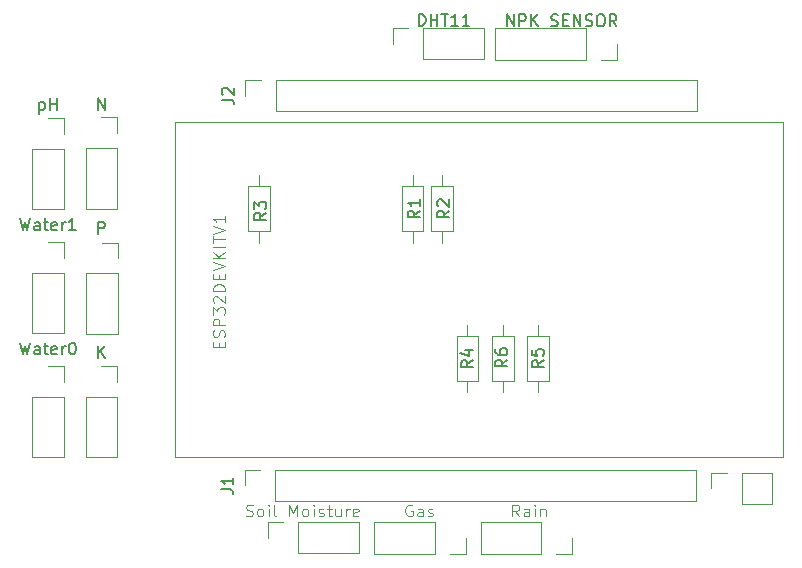
<source format=gbr>
%TF.GenerationSoftware,KiCad,Pcbnew,8.0.0*%
%TF.CreationDate,2025-01-05T23:10:09+05:30*%
%TF.ProjectId,sunday_pcb,73756e64-6179-45f7-9063-622e6b696361,rev?*%
%TF.SameCoordinates,Original*%
%TF.FileFunction,Legend,Top*%
%TF.FilePolarity,Positive*%
%FSLAX46Y46*%
G04 Gerber Fmt 4.6, Leading zero omitted, Abs format (unit mm)*
G04 Created by KiCad (PCBNEW 8.0.0) date 2025-01-05 23:10:09*
%MOMM*%
%LPD*%
G01*
G04 APERTURE LIST*
%ADD10C,0.100000*%
%ADD11C,0.150000*%
%ADD12C,0.120000*%
G04 APERTURE END LIST*
D10*
X161015312Y-122242419D02*
X160681979Y-121766228D01*
X160443884Y-122242419D02*
X160443884Y-121242419D01*
X160443884Y-121242419D02*
X160824836Y-121242419D01*
X160824836Y-121242419D02*
X160920074Y-121290038D01*
X160920074Y-121290038D02*
X160967693Y-121337657D01*
X160967693Y-121337657D02*
X161015312Y-121432895D01*
X161015312Y-121432895D02*
X161015312Y-121575752D01*
X161015312Y-121575752D02*
X160967693Y-121670990D01*
X160967693Y-121670990D02*
X160920074Y-121718609D01*
X160920074Y-121718609D02*
X160824836Y-121766228D01*
X160824836Y-121766228D02*
X160443884Y-121766228D01*
X161872455Y-122242419D02*
X161872455Y-121718609D01*
X161872455Y-121718609D02*
X161824836Y-121623371D01*
X161824836Y-121623371D02*
X161729598Y-121575752D01*
X161729598Y-121575752D02*
X161539122Y-121575752D01*
X161539122Y-121575752D02*
X161443884Y-121623371D01*
X161872455Y-122194800D02*
X161777217Y-122242419D01*
X161777217Y-122242419D02*
X161539122Y-122242419D01*
X161539122Y-122242419D02*
X161443884Y-122194800D01*
X161443884Y-122194800D02*
X161396265Y-122099561D01*
X161396265Y-122099561D02*
X161396265Y-122004323D01*
X161396265Y-122004323D02*
X161443884Y-121909085D01*
X161443884Y-121909085D02*
X161539122Y-121861466D01*
X161539122Y-121861466D02*
X161777217Y-121861466D01*
X161777217Y-121861466D02*
X161872455Y-121813847D01*
X162348646Y-122242419D02*
X162348646Y-121575752D01*
X162348646Y-121242419D02*
X162301027Y-121290038D01*
X162301027Y-121290038D02*
X162348646Y-121337657D01*
X162348646Y-121337657D02*
X162396265Y-121290038D01*
X162396265Y-121290038D02*
X162348646Y-121242419D01*
X162348646Y-121242419D02*
X162348646Y-121337657D01*
X162824836Y-121575752D02*
X162824836Y-122242419D01*
X162824836Y-121670990D02*
X162872455Y-121623371D01*
X162872455Y-121623371D02*
X162967693Y-121575752D01*
X162967693Y-121575752D02*
X163110550Y-121575752D01*
X163110550Y-121575752D02*
X163205788Y-121623371D01*
X163205788Y-121623371D02*
X163253407Y-121718609D01*
X163253407Y-121718609D02*
X163253407Y-122242419D01*
D11*
X159976779Y-80739819D02*
X159976779Y-79739819D01*
X159976779Y-79739819D02*
X160548207Y-80739819D01*
X160548207Y-80739819D02*
X160548207Y-79739819D01*
X161024398Y-80739819D02*
X161024398Y-79739819D01*
X161024398Y-79739819D02*
X161405350Y-79739819D01*
X161405350Y-79739819D02*
X161500588Y-79787438D01*
X161500588Y-79787438D02*
X161548207Y-79835057D01*
X161548207Y-79835057D02*
X161595826Y-79930295D01*
X161595826Y-79930295D02*
X161595826Y-80073152D01*
X161595826Y-80073152D02*
X161548207Y-80168390D01*
X161548207Y-80168390D02*
X161500588Y-80216009D01*
X161500588Y-80216009D02*
X161405350Y-80263628D01*
X161405350Y-80263628D02*
X161024398Y-80263628D01*
X162024398Y-80739819D02*
X162024398Y-79739819D01*
X162595826Y-80739819D02*
X162167255Y-80168390D01*
X162595826Y-79739819D02*
X162024398Y-80311247D01*
X163738684Y-80692200D02*
X163881541Y-80739819D01*
X163881541Y-80739819D02*
X164119636Y-80739819D01*
X164119636Y-80739819D02*
X164214874Y-80692200D01*
X164214874Y-80692200D02*
X164262493Y-80644580D01*
X164262493Y-80644580D02*
X164310112Y-80549342D01*
X164310112Y-80549342D02*
X164310112Y-80454104D01*
X164310112Y-80454104D02*
X164262493Y-80358866D01*
X164262493Y-80358866D02*
X164214874Y-80311247D01*
X164214874Y-80311247D02*
X164119636Y-80263628D01*
X164119636Y-80263628D02*
X163929160Y-80216009D01*
X163929160Y-80216009D02*
X163833922Y-80168390D01*
X163833922Y-80168390D02*
X163786303Y-80120771D01*
X163786303Y-80120771D02*
X163738684Y-80025533D01*
X163738684Y-80025533D02*
X163738684Y-79930295D01*
X163738684Y-79930295D02*
X163786303Y-79835057D01*
X163786303Y-79835057D02*
X163833922Y-79787438D01*
X163833922Y-79787438D02*
X163929160Y-79739819D01*
X163929160Y-79739819D02*
X164167255Y-79739819D01*
X164167255Y-79739819D02*
X164310112Y-79787438D01*
X164738684Y-80216009D02*
X165072017Y-80216009D01*
X165214874Y-80739819D02*
X164738684Y-80739819D01*
X164738684Y-80739819D02*
X164738684Y-79739819D01*
X164738684Y-79739819D02*
X165214874Y-79739819D01*
X165643446Y-80739819D02*
X165643446Y-79739819D01*
X165643446Y-79739819D02*
X166214874Y-80739819D01*
X166214874Y-80739819D02*
X166214874Y-79739819D01*
X166643446Y-80692200D02*
X166786303Y-80739819D01*
X166786303Y-80739819D02*
X167024398Y-80739819D01*
X167024398Y-80739819D02*
X167119636Y-80692200D01*
X167119636Y-80692200D02*
X167167255Y-80644580D01*
X167167255Y-80644580D02*
X167214874Y-80549342D01*
X167214874Y-80549342D02*
X167214874Y-80454104D01*
X167214874Y-80454104D02*
X167167255Y-80358866D01*
X167167255Y-80358866D02*
X167119636Y-80311247D01*
X167119636Y-80311247D02*
X167024398Y-80263628D01*
X167024398Y-80263628D02*
X166833922Y-80216009D01*
X166833922Y-80216009D02*
X166738684Y-80168390D01*
X166738684Y-80168390D02*
X166691065Y-80120771D01*
X166691065Y-80120771D02*
X166643446Y-80025533D01*
X166643446Y-80025533D02*
X166643446Y-79930295D01*
X166643446Y-79930295D02*
X166691065Y-79835057D01*
X166691065Y-79835057D02*
X166738684Y-79787438D01*
X166738684Y-79787438D02*
X166833922Y-79739819D01*
X166833922Y-79739819D02*
X167072017Y-79739819D01*
X167072017Y-79739819D02*
X167214874Y-79787438D01*
X167833922Y-79739819D02*
X168024398Y-79739819D01*
X168024398Y-79739819D02*
X168119636Y-79787438D01*
X168119636Y-79787438D02*
X168214874Y-79882676D01*
X168214874Y-79882676D02*
X168262493Y-80073152D01*
X168262493Y-80073152D02*
X168262493Y-80406485D01*
X168262493Y-80406485D02*
X168214874Y-80596961D01*
X168214874Y-80596961D02*
X168119636Y-80692200D01*
X168119636Y-80692200D02*
X168024398Y-80739819D01*
X168024398Y-80739819D02*
X167833922Y-80739819D01*
X167833922Y-80739819D02*
X167738684Y-80692200D01*
X167738684Y-80692200D02*
X167643446Y-80596961D01*
X167643446Y-80596961D02*
X167595827Y-80406485D01*
X167595827Y-80406485D02*
X167595827Y-80073152D01*
X167595827Y-80073152D02*
X167643446Y-79882676D01*
X167643446Y-79882676D02*
X167738684Y-79787438D01*
X167738684Y-79787438D02*
X167833922Y-79739819D01*
X169262493Y-80739819D02*
X168929160Y-80263628D01*
X168691065Y-80739819D02*
X168691065Y-79739819D01*
X168691065Y-79739819D02*
X169072017Y-79739819D01*
X169072017Y-79739819D02*
X169167255Y-79787438D01*
X169167255Y-79787438D02*
X169214874Y-79835057D01*
X169214874Y-79835057D02*
X169262493Y-79930295D01*
X169262493Y-79930295D02*
X169262493Y-80073152D01*
X169262493Y-80073152D02*
X169214874Y-80168390D01*
X169214874Y-80168390D02*
X169167255Y-80216009D01*
X169167255Y-80216009D02*
X169072017Y-80263628D01*
X169072017Y-80263628D02*
X168691065Y-80263628D01*
X160009819Y-108961792D02*
X159533628Y-109295125D01*
X160009819Y-109533220D02*
X159009819Y-109533220D01*
X159009819Y-109533220D02*
X159009819Y-109152268D01*
X159009819Y-109152268D02*
X159057438Y-109057030D01*
X159057438Y-109057030D02*
X159105057Y-109009411D01*
X159105057Y-109009411D02*
X159200295Y-108961792D01*
X159200295Y-108961792D02*
X159343152Y-108961792D01*
X159343152Y-108961792D02*
X159438390Y-109009411D01*
X159438390Y-109009411D02*
X159486009Y-109057030D01*
X159486009Y-109057030D02*
X159533628Y-109152268D01*
X159533628Y-109152268D02*
X159533628Y-109533220D01*
X159009819Y-108104649D02*
X159009819Y-108295125D01*
X159009819Y-108295125D02*
X159057438Y-108390363D01*
X159057438Y-108390363D02*
X159105057Y-108437982D01*
X159105057Y-108437982D02*
X159247914Y-108533220D01*
X159247914Y-108533220D02*
X159438390Y-108580839D01*
X159438390Y-108580839D02*
X159819342Y-108580839D01*
X159819342Y-108580839D02*
X159914580Y-108533220D01*
X159914580Y-108533220D02*
X159962200Y-108485601D01*
X159962200Y-108485601D02*
X160009819Y-108390363D01*
X160009819Y-108390363D02*
X160009819Y-108199887D01*
X160009819Y-108199887D02*
X159962200Y-108104649D01*
X159962200Y-108104649D02*
X159914580Y-108057030D01*
X159914580Y-108057030D02*
X159819342Y-108009411D01*
X159819342Y-108009411D02*
X159581247Y-108009411D01*
X159581247Y-108009411D02*
X159486009Y-108057030D01*
X159486009Y-108057030D02*
X159438390Y-108104649D01*
X159438390Y-108104649D02*
X159390771Y-108199887D01*
X159390771Y-108199887D02*
X159390771Y-108390363D01*
X159390771Y-108390363D02*
X159438390Y-108485601D01*
X159438390Y-108485601D02*
X159486009Y-108533220D01*
X159486009Y-108533220D02*
X159581247Y-108580839D01*
D10*
X151967693Y-121290038D02*
X151872455Y-121242419D01*
X151872455Y-121242419D02*
X151729598Y-121242419D01*
X151729598Y-121242419D02*
X151586741Y-121290038D01*
X151586741Y-121290038D02*
X151491503Y-121385276D01*
X151491503Y-121385276D02*
X151443884Y-121480514D01*
X151443884Y-121480514D02*
X151396265Y-121670990D01*
X151396265Y-121670990D02*
X151396265Y-121813847D01*
X151396265Y-121813847D02*
X151443884Y-122004323D01*
X151443884Y-122004323D02*
X151491503Y-122099561D01*
X151491503Y-122099561D02*
X151586741Y-122194800D01*
X151586741Y-122194800D02*
X151729598Y-122242419D01*
X151729598Y-122242419D02*
X151824836Y-122242419D01*
X151824836Y-122242419D02*
X151967693Y-122194800D01*
X151967693Y-122194800D02*
X152015312Y-122147180D01*
X152015312Y-122147180D02*
X152015312Y-121813847D01*
X152015312Y-121813847D02*
X151824836Y-121813847D01*
X152872455Y-122242419D02*
X152872455Y-121718609D01*
X152872455Y-121718609D02*
X152824836Y-121623371D01*
X152824836Y-121623371D02*
X152729598Y-121575752D01*
X152729598Y-121575752D02*
X152539122Y-121575752D01*
X152539122Y-121575752D02*
X152443884Y-121623371D01*
X152872455Y-122194800D02*
X152777217Y-122242419D01*
X152777217Y-122242419D02*
X152539122Y-122242419D01*
X152539122Y-122242419D02*
X152443884Y-122194800D01*
X152443884Y-122194800D02*
X152396265Y-122099561D01*
X152396265Y-122099561D02*
X152396265Y-122004323D01*
X152396265Y-122004323D02*
X152443884Y-121909085D01*
X152443884Y-121909085D02*
X152539122Y-121861466D01*
X152539122Y-121861466D02*
X152777217Y-121861466D01*
X152777217Y-121861466D02*
X152872455Y-121813847D01*
X153301027Y-122194800D02*
X153396265Y-122242419D01*
X153396265Y-122242419D02*
X153586741Y-122242419D01*
X153586741Y-122242419D02*
X153681979Y-122194800D01*
X153681979Y-122194800D02*
X153729598Y-122099561D01*
X153729598Y-122099561D02*
X153729598Y-122051942D01*
X153729598Y-122051942D02*
X153681979Y-121956704D01*
X153681979Y-121956704D02*
X153586741Y-121909085D01*
X153586741Y-121909085D02*
X153443884Y-121909085D01*
X153443884Y-121909085D02*
X153348646Y-121861466D01*
X153348646Y-121861466D02*
X153301027Y-121766228D01*
X153301027Y-121766228D02*
X153301027Y-121718609D01*
X153301027Y-121718609D02*
X153348646Y-121623371D01*
X153348646Y-121623371D02*
X153443884Y-121575752D01*
X153443884Y-121575752D02*
X153586741Y-121575752D01*
X153586741Y-121575752D02*
X153681979Y-121623371D01*
X137896265Y-122194800D02*
X138039122Y-122242419D01*
X138039122Y-122242419D02*
X138277217Y-122242419D01*
X138277217Y-122242419D02*
X138372455Y-122194800D01*
X138372455Y-122194800D02*
X138420074Y-122147180D01*
X138420074Y-122147180D02*
X138467693Y-122051942D01*
X138467693Y-122051942D02*
X138467693Y-121956704D01*
X138467693Y-121956704D02*
X138420074Y-121861466D01*
X138420074Y-121861466D02*
X138372455Y-121813847D01*
X138372455Y-121813847D02*
X138277217Y-121766228D01*
X138277217Y-121766228D02*
X138086741Y-121718609D01*
X138086741Y-121718609D02*
X137991503Y-121670990D01*
X137991503Y-121670990D02*
X137943884Y-121623371D01*
X137943884Y-121623371D02*
X137896265Y-121528133D01*
X137896265Y-121528133D02*
X137896265Y-121432895D01*
X137896265Y-121432895D02*
X137943884Y-121337657D01*
X137943884Y-121337657D02*
X137991503Y-121290038D01*
X137991503Y-121290038D02*
X138086741Y-121242419D01*
X138086741Y-121242419D02*
X138324836Y-121242419D01*
X138324836Y-121242419D02*
X138467693Y-121290038D01*
X139039122Y-122242419D02*
X138943884Y-122194800D01*
X138943884Y-122194800D02*
X138896265Y-122147180D01*
X138896265Y-122147180D02*
X138848646Y-122051942D01*
X138848646Y-122051942D02*
X138848646Y-121766228D01*
X138848646Y-121766228D02*
X138896265Y-121670990D01*
X138896265Y-121670990D02*
X138943884Y-121623371D01*
X138943884Y-121623371D02*
X139039122Y-121575752D01*
X139039122Y-121575752D02*
X139181979Y-121575752D01*
X139181979Y-121575752D02*
X139277217Y-121623371D01*
X139277217Y-121623371D02*
X139324836Y-121670990D01*
X139324836Y-121670990D02*
X139372455Y-121766228D01*
X139372455Y-121766228D02*
X139372455Y-122051942D01*
X139372455Y-122051942D02*
X139324836Y-122147180D01*
X139324836Y-122147180D02*
X139277217Y-122194800D01*
X139277217Y-122194800D02*
X139181979Y-122242419D01*
X139181979Y-122242419D02*
X139039122Y-122242419D01*
X139801027Y-122242419D02*
X139801027Y-121575752D01*
X139801027Y-121242419D02*
X139753408Y-121290038D01*
X139753408Y-121290038D02*
X139801027Y-121337657D01*
X139801027Y-121337657D02*
X139848646Y-121290038D01*
X139848646Y-121290038D02*
X139801027Y-121242419D01*
X139801027Y-121242419D02*
X139801027Y-121337657D01*
X140420074Y-122242419D02*
X140324836Y-122194800D01*
X140324836Y-122194800D02*
X140277217Y-122099561D01*
X140277217Y-122099561D02*
X140277217Y-121242419D01*
X141562932Y-122242419D02*
X141562932Y-121242419D01*
X141562932Y-121242419D02*
X141896265Y-121956704D01*
X141896265Y-121956704D02*
X142229598Y-121242419D01*
X142229598Y-121242419D02*
X142229598Y-122242419D01*
X142848646Y-122242419D02*
X142753408Y-122194800D01*
X142753408Y-122194800D02*
X142705789Y-122147180D01*
X142705789Y-122147180D02*
X142658170Y-122051942D01*
X142658170Y-122051942D02*
X142658170Y-121766228D01*
X142658170Y-121766228D02*
X142705789Y-121670990D01*
X142705789Y-121670990D02*
X142753408Y-121623371D01*
X142753408Y-121623371D02*
X142848646Y-121575752D01*
X142848646Y-121575752D02*
X142991503Y-121575752D01*
X142991503Y-121575752D02*
X143086741Y-121623371D01*
X143086741Y-121623371D02*
X143134360Y-121670990D01*
X143134360Y-121670990D02*
X143181979Y-121766228D01*
X143181979Y-121766228D02*
X143181979Y-122051942D01*
X143181979Y-122051942D02*
X143134360Y-122147180D01*
X143134360Y-122147180D02*
X143086741Y-122194800D01*
X143086741Y-122194800D02*
X142991503Y-122242419D01*
X142991503Y-122242419D02*
X142848646Y-122242419D01*
X143610551Y-122242419D02*
X143610551Y-121575752D01*
X143610551Y-121242419D02*
X143562932Y-121290038D01*
X143562932Y-121290038D02*
X143610551Y-121337657D01*
X143610551Y-121337657D02*
X143658170Y-121290038D01*
X143658170Y-121290038D02*
X143610551Y-121242419D01*
X143610551Y-121242419D02*
X143610551Y-121337657D01*
X144039122Y-122194800D02*
X144134360Y-122242419D01*
X144134360Y-122242419D02*
X144324836Y-122242419D01*
X144324836Y-122242419D02*
X144420074Y-122194800D01*
X144420074Y-122194800D02*
X144467693Y-122099561D01*
X144467693Y-122099561D02*
X144467693Y-122051942D01*
X144467693Y-122051942D02*
X144420074Y-121956704D01*
X144420074Y-121956704D02*
X144324836Y-121909085D01*
X144324836Y-121909085D02*
X144181979Y-121909085D01*
X144181979Y-121909085D02*
X144086741Y-121861466D01*
X144086741Y-121861466D02*
X144039122Y-121766228D01*
X144039122Y-121766228D02*
X144039122Y-121718609D01*
X144039122Y-121718609D02*
X144086741Y-121623371D01*
X144086741Y-121623371D02*
X144181979Y-121575752D01*
X144181979Y-121575752D02*
X144324836Y-121575752D01*
X144324836Y-121575752D02*
X144420074Y-121623371D01*
X144753408Y-121575752D02*
X145134360Y-121575752D01*
X144896265Y-121242419D02*
X144896265Y-122099561D01*
X144896265Y-122099561D02*
X144943884Y-122194800D01*
X144943884Y-122194800D02*
X145039122Y-122242419D01*
X145039122Y-122242419D02*
X145134360Y-122242419D01*
X145896265Y-121575752D02*
X145896265Y-122242419D01*
X145467694Y-121575752D02*
X145467694Y-122099561D01*
X145467694Y-122099561D02*
X145515313Y-122194800D01*
X145515313Y-122194800D02*
X145610551Y-122242419D01*
X145610551Y-122242419D02*
X145753408Y-122242419D01*
X145753408Y-122242419D02*
X145848646Y-122194800D01*
X145848646Y-122194800D02*
X145896265Y-122147180D01*
X146372456Y-122242419D02*
X146372456Y-121575752D01*
X146372456Y-121766228D02*
X146420075Y-121670990D01*
X146420075Y-121670990D02*
X146467694Y-121623371D01*
X146467694Y-121623371D02*
X146562932Y-121575752D01*
X146562932Y-121575752D02*
X146658170Y-121575752D01*
X147372456Y-122194800D02*
X147277218Y-122242419D01*
X147277218Y-122242419D02*
X147086742Y-122242419D01*
X147086742Y-122242419D02*
X146991504Y-122194800D01*
X146991504Y-122194800D02*
X146943885Y-122099561D01*
X146943885Y-122099561D02*
X146943885Y-121718609D01*
X146943885Y-121718609D02*
X146991504Y-121623371D01*
X146991504Y-121623371D02*
X147086742Y-121575752D01*
X147086742Y-121575752D02*
X147277218Y-121575752D01*
X147277218Y-121575752D02*
X147372456Y-121623371D01*
X147372456Y-121623371D02*
X147420075Y-121718609D01*
X147420075Y-121718609D02*
X147420075Y-121813847D01*
X147420075Y-121813847D02*
X146943885Y-121909085D01*
D11*
X135804819Y-119953333D02*
X136519104Y-119953333D01*
X136519104Y-119953333D02*
X136661961Y-120000952D01*
X136661961Y-120000952D02*
X136757200Y-120096190D01*
X136757200Y-120096190D02*
X136804819Y-120239047D01*
X136804819Y-120239047D02*
X136804819Y-120334285D01*
X136804819Y-118953333D02*
X136804819Y-119524761D01*
X136804819Y-119239047D02*
X135804819Y-119239047D01*
X135804819Y-119239047D02*
X135947676Y-119334285D01*
X135947676Y-119334285D02*
X136042914Y-119429523D01*
X136042914Y-119429523D02*
X136090533Y-119524761D01*
X139594819Y-96536666D02*
X139118628Y-96869999D01*
X139594819Y-97108094D02*
X138594819Y-97108094D01*
X138594819Y-97108094D02*
X138594819Y-96727142D01*
X138594819Y-96727142D02*
X138642438Y-96631904D01*
X138642438Y-96631904D02*
X138690057Y-96584285D01*
X138690057Y-96584285D02*
X138785295Y-96536666D01*
X138785295Y-96536666D02*
X138928152Y-96536666D01*
X138928152Y-96536666D02*
X139023390Y-96584285D01*
X139023390Y-96584285D02*
X139071009Y-96631904D01*
X139071009Y-96631904D02*
X139118628Y-96727142D01*
X139118628Y-96727142D02*
X139118628Y-97108094D01*
X138594819Y-96203332D02*
X138594819Y-95584285D01*
X138594819Y-95584285D02*
X138975771Y-95917618D01*
X138975771Y-95917618D02*
X138975771Y-95774761D01*
X138975771Y-95774761D02*
X139023390Y-95679523D01*
X139023390Y-95679523D02*
X139071009Y-95631904D01*
X139071009Y-95631904D02*
X139166247Y-95584285D01*
X139166247Y-95584285D02*
X139404342Y-95584285D01*
X139404342Y-95584285D02*
X139499580Y-95631904D01*
X139499580Y-95631904D02*
X139547200Y-95679523D01*
X139547200Y-95679523D02*
X139594819Y-95774761D01*
X139594819Y-95774761D02*
X139594819Y-96060475D01*
X139594819Y-96060475D02*
X139547200Y-96155713D01*
X139547200Y-96155713D02*
X139499580Y-96203332D01*
X135844819Y-86953333D02*
X136559104Y-86953333D01*
X136559104Y-86953333D02*
X136701961Y-87000952D01*
X136701961Y-87000952D02*
X136797200Y-87096190D01*
X136797200Y-87096190D02*
X136844819Y-87239047D01*
X136844819Y-87239047D02*
X136844819Y-87334285D01*
X135940057Y-86524761D02*
X135892438Y-86477142D01*
X135892438Y-86477142D02*
X135844819Y-86381904D01*
X135844819Y-86381904D02*
X135844819Y-86143809D01*
X135844819Y-86143809D02*
X135892438Y-86048571D01*
X135892438Y-86048571D02*
X135940057Y-86000952D01*
X135940057Y-86000952D02*
X136035295Y-85953333D01*
X136035295Y-85953333D02*
X136130533Y-85953333D01*
X136130533Y-85953333D02*
X136273390Y-86000952D01*
X136273390Y-86000952D02*
X136844819Y-86572380D01*
X136844819Y-86572380D02*
X136844819Y-85953333D01*
X125378095Y-98324819D02*
X125378095Y-97324819D01*
X125378095Y-97324819D02*
X125759047Y-97324819D01*
X125759047Y-97324819D02*
X125854285Y-97372438D01*
X125854285Y-97372438D02*
X125901904Y-97420057D01*
X125901904Y-97420057D02*
X125949523Y-97515295D01*
X125949523Y-97515295D02*
X125949523Y-97658152D01*
X125949523Y-97658152D02*
X125901904Y-97753390D01*
X125901904Y-97753390D02*
X125854285Y-97801009D01*
X125854285Y-97801009D02*
X125759047Y-97848628D01*
X125759047Y-97848628D02*
X125378095Y-97848628D01*
X155094819Y-96356666D02*
X154618628Y-96689999D01*
X155094819Y-96928094D02*
X154094819Y-96928094D01*
X154094819Y-96928094D02*
X154094819Y-96547142D01*
X154094819Y-96547142D02*
X154142438Y-96451904D01*
X154142438Y-96451904D02*
X154190057Y-96404285D01*
X154190057Y-96404285D02*
X154285295Y-96356666D01*
X154285295Y-96356666D02*
X154428152Y-96356666D01*
X154428152Y-96356666D02*
X154523390Y-96404285D01*
X154523390Y-96404285D02*
X154571009Y-96451904D01*
X154571009Y-96451904D02*
X154618628Y-96547142D01*
X154618628Y-96547142D02*
X154618628Y-96928094D01*
X154190057Y-95975713D02*
X154142438Y-95928094D01*
X154142438Y-95928094D02*
X154094819Y-95832856D01*
X154094819Y-95832856D02*
X154094819Y-95594761D01*
X154094819Y-95594761D02*
X154142438Y-95499523D01*
X154142438Y-95499523D02*
X154190057Y-95451904D01*
X154190057Y-95451904D02*
X154285295Y-95404285D01*
X154285295Y-95404285D02*
X154380533Y-95404285D01*
X154380533Y-95404285D02*
X154523390Y-95451904D01*
X154523390Y-95451904D02*
X155094819Y-96023332D01*
X155094819Y-96023332D02*
X155094819Y-95404285D01*
X120401905Y-87158152D02*
X120401905Y-88158152D01*
X120401905Y-87205771D02*
X120497143Y-87158152D01*
X120497143Y-87158152D02*
X120687619Y-87158152D01*
X120687619Y-87158152D02*
X120782857Y-87205771D01*
X120782857Y-87205771D02*
X120830476Y-87253390D01*
X120830476Y-87253390D02*
X120878095Y-87348628D01*
X120878095Y-87348628D02*
X120878095Y-87634342D01*
X120878095Y-87634342D02*
X120830476Y-87729580D01*
X120830476Y-87729580D02*
X120782857Y-87777200D01*
X120782857Y-87777200D02*
X120687619Y-87824819D01*
X120687619Y-87824819D02*
X120497143Y-87824819D01*
X120497143Y-87824819D02*
X120401905Y-87777200D01*
X121306667Y-87824819D02*
X121306667Y-86824819D01*
X121306667Y-87301009D02*
X121878095Y-87301009D01*
X121878095Y-87824819D02*
X121878095Y-86824819D01*
D10*
X135573609Y-107917618D02*
X135573609Y-107584285D01*
X136097419Y-107441428D02*
X136097419Y-107917618D01*
X136097419Y-107917618D02*
X135097419Y-107917618D01*
X135097419Y-107917618D02*
X135097419Y-107441428D01*
X136049800Y-107060475D02*
X136097419Y-106917618D01*
X136097419Y-106917618D02*
X136097419Y-106679523D01*
X136097419Y-106679523D02*
X136049800Y-106584285D01*
X136049800Y-106584285D02*
X136002180Y-106536666D01*
X136002180Y-106536666D02*
X135906942Y-106489047D01*
X135906942Y-106489047D02*
X135811704Y-106489047D01*
X135811704Y-106489047D02*
X135716466Y-106536666D01*
X135716466Y-106536666D02*
X135668847Y-106584285D01*
X135668847Y-106584285D02*
X135621228Y-106679523D01*
X135621228Y-106679523D02*
X135573609Y-106869999D01*
X135573609Y-106869999D02*
X135525990Y-106965237D01*
X135525990Y-106965237D02*
X135478371Y-107012856D01*
X135478371Y-107012856D02*
X135383133Y-107060475D01*
X135383133Y-107060475D02*
X135287895Y-107060475D01*
X135287895Y-107060475D02*
X135192657Y-107012856D01*
X135192657Y-107012856D02*
X135145038Y-106965237D01*
X135145038Y-106965237D02*
X135097419Y-106869999D01*
X135097419Y-106869999D02*
X135097419Y-106631904D01*
X135097419Y-106631904D02*
X135145038Y-106489047D01*
X136097419Y-106060475D02*
X135097419Y-106060475D01*
X135097419Y-106060475D02*
X135097419Y-105679523D01*
X135097419Y-105679523D02*
X135145038Y-105584285D01*
X135145038Y-105584285D02*
X135192657Y-105536666D01*
X135192657Y-105536666D02*
X135287895Y-105489047D01*
X135287895Y-105489047D02*
X135430752Y-105489047D01*
X135430752Y-105489047D02*
X135525990Y-105536666D01*
X135525990Y-105536666D02*
X135573609Y-105584285D01*
X135573609Y-105584285D02*
X135621228Y-105679523D01*
X135621228Y-105679523D02*
X135621228Y-106060475D01*
X135097419Y-105155713D02*
X135097419Y-104536666D01*
X135097419Y-104536666D02*
X135478371Y-104869999D01*
X135478371Y-104869999D02*
X135478371Y-104727142D01*
X135478371Y-104727142D02*
X135525990Y-104631904D01*
X135525990Y-104631904D02*
X135573609Y-104584285D01*
X135573609Y-104584285D02*
X135668847Y-104536666D01*
X135668847Y-104536666D02*
X135906942Y-104536666D01*
X135906942Y-104536666D02*
X136002180Y-104584285D01*
X136002180Y-104584285D02*
X136049800Y-104631904D01*
X136049800Y-104631904D02*
X136097419Y-104727142D01*
X136097419Y-104727142D02*
X136097419Y-105012856D01*
X136097419Y-105012856D02*
X136049800Y-105108094D01*
X136049800Y-105108094D02*
X136002180Y-105155713D01*
X135192657Y-104155713D02*
X135145038Y-104108094D01*
X135145038Y-104108094D02*
X135097419Y-104012856D01*
X135097419Y-104012856D02*
X135097419Y-103774761D01*
X135097419Y-103774761D02*
X135145038Y-103679523D01*
X135145038Y-103679523D02*
X135192657Y-103631904D01*
X135192657Y-103631904D02*
X135287895Y-103584285D01*
X135287895Y-103584285D02*
X135383133Y-103584285D01*
X135383133Y-103584285D02*
X135525990Y-103631904D01*
X135525990Y-103631904D02*
X136097419Y-104203332D01*
X136097419Y-104203332D02*
X136097419Y-103584285D01*
X136097419Y-103155713D02*
X135097419Y-103155713D01*
X135097419Y-103155713D02*
X135097419Y-102917618D01*
X135097419Y-102917618D02*
X135145038Y-102774761D01*
X135145038Y-102774761D02*
X135240276Y-102679523D01*
X135240276Y-102679523D02*
X135335514Y-102631904D01*
X135335514Y-102631904D02*
X135525990Y-102584285D01*
X135525990Y-102584285D02*
X135668847Y-102584285D01*
X135668847Y-102584285D02*
X135859323Y-102631904D01*
X135859323Y-102631904D02*
X135954561Y-102679523D01*
X135954561Y-102679523D02*
X136049800Y-102774761D01*
X136049800Y-102774761D02*
X136097419Y-102917618D01*
X136097419Y-102917618D02*
X136097419Y-103155713D01*
X135573609Y-102155713D02*
X135573609Y-101822380D01*
X136097419Y-101679523D02*
X136097419Y-102155713D01*
X136097419Y-102155713D02*
X135097419Y-102155713D01*
X135097419Y-102155713D02*
X135097419Y-101679523D01*
X135097419Y-101393808D02*
X136097419Y-101060475D01*
X136097419Y-101060475D02*
X135097419Y-100727142D01*
X136097419Y-100393808D02*
X135097419Y-100393808D01*
X136097419Y-99822380D02*
X135525990Y-100250951D01*
X135097419Y-99822380D02*
X135668847Y-100393808D01*
X136097419Y-99393808D02*
X135097419Y-99393808D01*
X135097419Y-99060475D02*
X135097419Y-98489047D01*
X136097419Y-98774761D02*
X135097419Y-98774761D01*
X135097419Y-98298570D02*
X136097419Y-97965237D01*
X136097419Y-97965237D02*
X135097419Y-97631904D01*
X136097419Y-96774761D02*
X136097419Y-97346189D01*
X136097419Y-97060475D02*
X135097419Y-97060475D01*
X135097419Y-97060475D02*
X135240276Y-97155713D01*
X135240276Y-97155713D02*
X135335514Y-97250951D01*
X135335514Y-97250951D02*
X135383133Y-97346189D01*
D11*
X157094819Y-109036666D02*
X156618628Y-109369999D01*
X157094819Y-109608094D02*
X156094819Y-109608094D01*
X156094819Y-109608094D02*
X156094819Y-109227142D01*
X156094819Y-109227142D02*
X156142438Y-109131904D01*
X156142438Y-109131904D02*
X156190057Y-109084285D01*
X156190057Y-109084285D02*
X156285295Y-109036666D01*
X156285295Y-109036666D02*
X156428152Y-109036666D01*
X156428152Y-109036666D02*
X156523390Y-109084285D01*
X156523390Y-109084285D02*
X156571009Y-109131904D01*
X156571009Y-109131904D02*
X156618628Y-109227142D01*
X156618628Y-109227142D02*
X156618628Y-109608094D01*
X156428152Y-108179523D02*
X157094819Y-108179523D01*
X156047200Y-108417618D02*
X156761485Y-108655713D01*
X156761485Y-108655713D02*
X156761485Y-108036666D01*
X152520952Y-80699819D02*
X152520952Y-79699819D01*
X152520952Y-79699819D02*
X152759047Y-79699819D01*
X152759047Y-79699819D02*
X152901904Y-79747438D01*
X152901904Y-79747438D02*
X152997142Y-79842676D01*
X152997142Y-79842676D02*
X153044761Y-79937914D01*
X153044761Y-79937914D02*
X153092380Y-80128390D01*
X153092380Y-80128390D02*
X153092380Y-80271247D01*
X153092380Y-80271247D02*
X153044761Y-80461723D01*
X153044761Y-80461723D02*
X152997142Y-80556961D01*
X152997142Y-80556961D02*
X152901904Y-80652200D01*
X152901904Y-80652200D02*
X152759047Y-80699819D01*
X152759047Y-80699819D02*
X152520952Y-80699819D01*
X153520952Y-80699819D02*
X153520952Y-79699819D01*
X153520952Y-80176009D02*
X154092380Y-80176009D01*
X154092380Y-80699819D02*
X154092380Y-79699819D01*
X154425714Y-79699819D02*
X154997142Y-79699819D01*
X154711428Y-80699819D02*
X154711428Y-79699819D01*
X155854285Y-80699819D02*
X155282857Y-80699819D01*
X155568571Y-80699819D02*
X155568571Y-79699819D01*
X155568571Y-79699819D02*
X155473333Y-79842676D01*
X155473333Y-79842676D02*
X155378095Y-79937914D01*
X155378095Y-79937914D02*
X155282857Y-79985533D01*
X156806666Y-80699819D02*
X156235238Y-80699819D01*
X156520952Y-80699819D02*
X156520952Y-79699819D01*
X156520952Y-79699819D02*
X156425714Y-79842676D01*
X156425714Y-79842676D02*
X156330476Y-79937914D01*
X156330476Y-79937914D02*
X156235238Y-79985533D01*
X125378095Y-108824819D02*
X125378095Y-107824819D01*
X125949523Y-108824819D02*
X125520952Y-108253390D01*
X125949523Y-107824819D02*
X125378095Y-108396247D01*
X118759047Y-97014819D02*
X118997142Y-98014819D01*
X118997142Y-98014819D02*
X119187618Y-97300533D01*
X119187618Y-97300533D02*
X119378094Y-98014819D01*
X119378094Y-98014819D02*
X119616190Y-97014819D01*
X120425713Y-98014819D02*
X120425713Y-97491009D01*
X120425713Y-97491009D02*
X120378094Y-97395771D01*
X120378094Y-97395771D02*
X120282856Y-97348152D01*
X120282856Y-97348152D02*
X120092380Y-97348152D01*
X120092380Y-97348152D02*
X119997142Y-97395771D01*
X120425713Y-97967200D02*
X120330475Y-98014819D01*
X120330475Y-98014819D02*
X120092380Y-98014819D01*
X120092380Y-98014819D02*
X119997142Y-97967200D01*
X119997142Y-97967200D02*
X119949523Y-97871961D01*
X119949523Y-97871961D02*
X119949523Y-97776723D01*
X119949523Y-97776723D02*
X119997142Y-97681485D01*
X119997142Y-97681485D02*
X120092380Y-97633866D01*
X120092380Y-97633866D02*
X120330475Y-97633866D01*
X120330475Y-97633866D02*
X120425713Y-97586247D01*
X120759047Y-97348152D02*
X121139999Y-97348152D01*
X120901904Y-97014819D02*
X120901904Y-97871961D01*
X120901904Y-97871961D02*
X120949523Y-97967200D01*
X120949523Y-97967200D02*
X121044761Y-98014819D01*
X121044761Y-98014819D02*
X121139999Y-98014819D01*
X121854285Y-97967200D02*
X121759047Y-98014819D01*
X121759047Y-98014819D02*
X121568571Y-98014819D01*
X121568571Y-98014819D02*
X121473333Y-97967200D01*
X121473333Y-97967200D02*
X121425714Y-97871961D01*
X121425714Y-97871961D02*
X121425714Y-97491009D01*
X121425714Y-97491009D02*
X121473333Y-97395771D01*
X121473333Y-97395771D02*
X121568571Y-97348152D01*
X121568571Y-97348152D02*
X121759047Y-97348152D01*
X121759047Y-97348152D02*
X121854285Y-97395771D01*
X121854285Y-97395771D02*
X121901904Y-97491009D01*
X121901904Y-97491009D02*
X121901904Y-97586247D01*
X121901904Y-97586247D02*
X121425714Y-97681485D01*
X122330476Y-98014819D02*
X122330476Y-97348152D01*
X122330476Y-97538628D02*
X122378095Y-97443390D01*
X122378095Y-97443390D02*
X122425714Y-97395771D01*
X122425714Y-97395771D02*
X122520952Y-97348152D01*
X122520952Y-97348152D02*
X122616190Y-97348152D01*
X123473333Y-98014819D02*
X122901905Y-98014819D01*
X123187619Y-98014819D02*
X123187619Y-97014819D01*
X123187619Y-97014819D02*
X123092381Y-97157676D01*
X123092381Y-97157676D02*
X122997143Y-97252914D01*
X122997143Y-97252914D02*
X122901905Y-97300533D01*
X125354286Y-87824819D02*
X125354286Y-86824819D01*
X125354286Y-86824819D02*
X125925714Y-87824819D01*
X125925714Y-87824819D02*
X125925714Y-86824819D01*
X163094819Y-109036666D02*
X162618628Y-109369999D01*
X163094819Y-109608094D02*
X162094819Y-109608094D01*
X162094819Y-109608094D02*
X162094819Y-109227142D01*
X162094819Y-109227142D02*
X162142438Y-109131904D01*
X162142438Y-109131904D02*
X162190057Y-109084285D01*
X162190057Y-109084285D02*
X162285295Y-109036666D01*
X162285295Y-109036666D02*
X162428152Y-109036666D01*
X162428152Y-109036666D02*
X162523390Y-109084285D01*
X162523390Y-109084285D02*
X162571009Y-109131904D01*
X162571009Y-109131904D02*
X162618628Y-109227142D01*
X162618628Y-109227142D02*
X162618628Y-109608094D01*
X162094819Y-108131904D02*
X162094819Y-108608094D01*
X162094819Y-108608094D02*
X162571009Y-108655713D01*
X162571009Y-108655713D02*
X162523390Y-108608094D01*
X162523390Y-108608094D02*
X162475771Y-108512856D01*
X162475771Y-108512856D02*
X162475771Y-108274761D01*
X162475771Y-108274761D02*
X162523390Y-108179523D01*
X162523390Y-108179523D02*
X162571009Y-108131904D01*
X162571009Y-108131904D02*
X162666247Y-108084285D01*
X162666247Y-108084285D02*
X162904342Y-108084285D01*
X162904342Y-108084285D02*
X162999580Y-108131904D01*
X162999580Y-108131904D02*
X163047200Y-108179523D01*
X163047200Y-108179523D02*
X163094819Y-108274761D01*
X163094819Y-108274761D02*
X163094819Y-108512856D01*
X163094819Y-108512856D02*
X163047200Y-108608094D01*
X163047200Y-108608094D02*
X162999580Y-108655713D01*
X152594819Y-96356666D02*
X152118628Y-96689999D01*
X152594819Y-96928094D02*
X151594819Y-96928094D01*
X151594819Y-96928094D02*
X151594819Y-96547142D01*
X151594819Y-96547142D02*
X151642438Y-96451904D01*
X151642438Y-96451904D02*
X151690057Y-96404285D01*
X151690057Y-96404285D02*
X151785295Y-96356666D01*
X151785295Y-96356666D02*
X151928152Y-96356666D01*
X151928152Y-96356666D02*
X152023390Y-96404285D01*
X152023390Y-96404285D02*
X152071009Y-96451904D01*
X152071009Y-96451904D02*
X152118628Y-96547142D01*
X152118628Y-96547142D02*
X152118628Y-96928094D01*
X152594819Y-95404285D02*
X152594819Y-95975713D01*
X152594819Y-95689999D02*
X151594819Y-95689999D01*
X151594819Y-95689999D02*
X151737676Y-95785237D01*
X151737676Y-95785237D02*
X151832914Y-95880475D01*
X151832914Y-95880475D02*
X151880533Y-95975713D01*
X118759047Y-107514819D02*
X118997142Y-108514819D01*
X118997142Y-108514819D02*
X119187618Y-107800533D01*
X119187618Y-107800533D02*
X119378094Y-108514819D01*
X119378094Y-108514819D02*
X119616190Y-107514819D01*
X120425713Y-108514819D02*
X120425713Y-107991009D01*
X120425713Y-107991009D02*
X120378094Y-107895771D01*
X120378094Y-107895771D02*
X120282856Y-107848152D01*
X120282856Y-107848152D02*
X120092380Y-107848152D01*
X120092380Y-107848152D02*
X119997142Y-107895771D01*
X120425713Y-108467200D02*
X120330475Y-108514819D01*
X120330475Y-108514819D02*
X120092380Y-108514819D01*
X120092380Y-108514819D02*
X119997142Y-108467200D01*
X119997142Y-108467200D02*
X119949523Y-108371961D01*
X119949523Y-108371961D02*
X119949523Y-108276723D01*
X119949523Y-108276723D02*
X119997142Y-108181485D01*
X119997142Y-108181485D02*
X120092380Y-108133866D01*
X120092380Y-108133866D02*
X120330475Y-108133866D01*
X120330475Y-108133866D02*
X120425713Y-108086247D01*
X120759047Y-107848152D02*
X121139999Y-107848152D01*
X120901904Y-107514819D02*
X120901904Y-108371961D01*
X120901904Y-108371961D02*
X120949523Y-108467200D01*
X120949523Y-108467200D02*
X121044761Y-108514819D01*
X121044761Y-108514819D02*
X121139999Y-108514819D01*
X121854285Y-108467200D02*
X121759047Y-108514819D01*
X121759047Y-108514819D02*
X121568571Y-108514819D01*
X121568571Y-108514819D02*
X121473333Y-108467200D01*
X121473333Y-108467200D02*
X121425714Y-108371961D01*
X121425714Y-108371961D02*
X121425714Y-107991009D01*
X121425714Y-107991009D02*
X121473333Y-107895771D01*
X121473333Y-107895771D02*
X121568571Y-107848152D01*
X121568571Y-107848152D02*
X121759047Y-107848152D01*
X121759047Y-107848152D02*
X121854285Y-107895771D01*
X121854285Y-107895771D02*
X121901904Y-107991009D01*
X121901904Y-107991009D02*
X121901904Y-108086247D01*
X121901904Y-108086247D02*
X121425714Y-108181485D01*
X122330476Y-108514819D02*
X122330476Y-107848152D01*
X122330476Y-108038628D02*
X122378095Y-107943390D01*
X122378095Y-107943390D02*
X122425714Y-107895771D01*
X122425714Y-107895771D02*
X122520952Y-107848152D01*
X122520952Y-107848152D02*
X122616190Y-107848152D01*
X123140000Y-107514819D02*
X123235238Y-107514819D01*
X123235238Y-107514819D02*
X123330476Y-107562438D01*
X123330476Y-107562438D02*
X123378095Y-107610057D01*
X123378095Y-107610057D02*
X123425714Y-107705295D01*
X123425714Y-107705295D02*
X123473333Y-107895771D01*
X123473333Y-107895771D02*
X123473333Y-108133866D01*
X123473333Y-108133866D02*
X123425714Y-108324342D01*
X123425714Y-108324342D02*
X123378095Y-108419580D01*
X123378095Y-108419580D02*
X123330476Y-108467200D01*
X123330476Y-108467200D02*
X123235238Y-108514819D01*
X123235238Y-108514819D02*
X123140000Y-108514819D01*
X123140000Y-108514819D02*
X123044762Y-108467200D01*
X123044762Y-108467200D02*
X122997143Y-108419580D01*
X122997143Y-108419580D02*
X122949524Y-108324342D01*
X122949524Y-108324342D02*
X122901905Y-108133866D01*
X122901905Y-108133866D02*
X122901905Y-107895771D01*
X122901905Y-107895771D02*
X122949524Y-107705295D01*
X122949524Y-107705295D02*
X122997143Y-107610057D01*
X122997143Y-107610057D02*
X123044762Y-107562438D01*
X123044762Y-107562438D02*
X123140000Y-107514819D01*
D12*
%TO.C,J1*%
X176010000Y-120950000D02*
X176010000Y-118290000D01*
X140390000Y-120950000D02*
X176010000Y-120950000D01*
X140390000Y-120950000D02*
X140390000Y-118290000D01*
X140390000Y-118290000D02*
X176010000Y-118290000D01*
X137790000Y-119620000D02*
X137790000Y-118290000D01*
X137790000Y-118290000D02*
X139120000Y-118290000D01*
%TO.C,R3*%
X138080000Y-94260000D02*
X138080000Y-98100000D01*
X138080000Y-98100000D02*
X139920000Y-98100000D01*
X139000000Y-93310000D02*
X139000000Y-94260000D01*
X139000000Y-99050000D02*
X139000000Y-98100000D01*
X139920000Y-94260000D02*
X138080000Y-94260000D01*
X139920000Y-98100000D02*
X139920000Y-94260000D01*
%TO.C,RAIN0*%
X157755000Y-122740000D02*
X157755000Y-125400000D01*
X162895000Y-122740000D02*
X157755000Y-122740000D01*
X162895000Y-122740000D02*
X162895000Y-125400000D01*
X162895000Y-125400000D02*
X157755000Y-125400000D01*
X165495000Y-124070000D02*
X165495000Y-125400000D01*
X165495000Y-125400000D02*
X164165000Y-125400000D01*
%TO.C,R6*%
X158720000Y-106950000D02*
X158720000Y-110790000D01*
X158720000Y-110790000D02*
X160560000Y-110790000D01*
X159640000Y-106000000D02*
X159640000Y-106950000D01*
X159640000Y-111740000D02*
X159640000Y-110790000D01*
X160560000Y-106950000D02*
X158720000Y-106950000D01*
X160560000Y-110790000D02*
X160560000Y-106950000D01*
%TO.C,J2*%
X137830000Y-85290000D02*
X139160000Y-85290000D01*
X137830000Y-86620000D02*
X137830000Y-85290000D01*
X140430000Y-85290000D02*
X176050000Y-85290000D01*
X140430000Y-87950000D02*
X140430000Y-85290000D01*
X140430000Y-87950000D02*
X176050000Y-87950000D01*
X176050000Y-87950000D02*
X176050000Y-85290000D01*
%TO.C,P*%
X124360000Y-101670000D02*
X124360000Y-106810000D01*
X124360000Y-101670000D02*
X127020000Y-101670000D01*
X124360000Y-106810000D02*
X127020000Y-106810000D01*
X125690000Y-99070000D02*
X127020000Y-99070000D01*
X127020000Y-99070000D02*
X127020000Y-100400000D01*
X127020000Y-101670000D02*
X127020000Y-106810000D01*
%TO.C,PowerIN_1*%
X177270000Y-118540000D02*
X178600000Y-118540000D01*
X177270000Y-119870000D02*
X177270000Y-118540000D01*
X179870000Y-118540000D02*
X182470000Y-118540000D01*
X179870000Y-121200000D02*
X179870000Y-118540000D01*
X179870000Y-121200000D02*
X182470000Y-121200000D01*
X182470000Y-121200000D02*
X182470000Y-118540000D01*
%TO.C,R2*%
X153580000Y-94270000D02*
X153580000Y-98110000D01*
X153580000Y-98110000D02*
X155420000Y-98110000D01*
X154500000Y-93320000D02*
X154500000Y-94270000D01*
X154500000Y-99060000D02*
X154500000Y-98110000D01*
X155420000Y-94270000D02*
X153580000Y-94270000D01*
X155420000Y-98110000D02*
X155420000Y-94270000D01*
%TO.C,pH*%
X119810000Y-91100000D02*
X119810000Y-96240000D01*
X119810000Y-91100000D02*
X122470000Y-91100000D01*
X119810000Y-96240000D02*
X122470000Y-96240000D01*
X121140000Y-88500000D02*
X122470000Y-88500000D01*
X122470000Y-88500000D02*
X122470000Y-89830000D01*
X122470000Y-91100000D02*
X122470000Y-96240000D01*
%TO.C,ESP32DEVKITV1*%
D10*
X131880000Y-88840000D02*
X183330000Y-88840000D01*
X183330000Y-117170000D01*
X131880000Y-117170000D01*
X131880000Y-88840000D01*
D12*
%TO.C,R4*%
X155720000Y-106950000D02*
X155720000Y-110790000D01*
X155720000Y-110790000D02*
X157560000Y-110790000D01*
X156640000Y-106000000D02*
X156640000Y-106950000D01*
X156640000Y-111740000D02*
X156640000Y-110790000D01*
X157560000Y-106950000D02*
X155720000Y-106950000D01*
X157560000Y-110790000D02*
X157560000Y-106950000D01*
%TO.C,DHT11*%
X150310000Y-80890000D02*
X151640000Y-80890000D01*
X150310000Y-82220000D02*
X150310000Y-80890000D01*
X152910000Y-80890000D02*
X158050000Y-80890000D01*
X152910000Y-83550000D02*
X152910000Y-80890000D01*
X152910000Y-83550000D02*
X158050000Y-83550000D01*
X158050000Y-83550000D02*
X158050000Y-80890000D01*
%TO.C,K*%
X124310000Y-112100000D02*
X124310000Y-117240000D01*
X124310000Y-112100000D02*
X126970000Y-112100000D01*
X124310000Y-117240000D02*
X126970000Y-117240000D01*
X125640000Y-109500000D02*
X126970000Y-109500000D01*
X126970000Y-109500000D02*
X126970000Y-110830000D01*
X126970000Y-112100000D02*
X126970000Y-117240000D01*
%TO.C,Water1*%
X119810000Y-101600000D02*
X119810000Y-106740000D01*
X119810000Y-101600000D02*
X122470000Y-101600000D01*
X119810000Y-106740000D02*
X122470000Y-106740000D01*
X121140000Y-99000000D02*
X122470000Y-99000000D01*
X122470000Y-99000000D02*
X122470000Y-100330000D01*
X122470000Y-101600000D02*
X122470000Y-106740000D01*
%TO.C,N*%
X124310000Y-91060000D02*
X124310000Y-96200000D01*
X124310000Y-91060000D02*
X126970000Y-91060000D01*
X124310000Y-96200000D02*
X126970000Y-96200000D01*
X125640000Y-88460000D02*
X126970000Y-88460000D01*
X126970000Y-88460000D02*
X126970000Y-89790000D01*
X126970000Y-91060000D02*
X126970000Y-96200000D01*
%TO.C,R5*%
X161720000Y-106950000D02*
X161720000Y-110790000D01*
X161720000Y-110790000D02*
X163560000Y-110790000D01*
X162640000Y-106000000D02*
X162640000Y-106950000D01*
X162640000Y-111740000D02*
X162640000Y-110790000D01*
X163560000Y-106950000D02*
X161720000Y-106950000D01*
X163560000Y-110790000D02*
X163560000Y-106950000D01*
%TO.C,SOIL0*%
X139730000Y-122715000D02*
X141060000Y-122715000D01*
X139730000Y-124045000D02*
X139730000Y-122715000D01*
X142330000Y-122715000D02*
X147470000Y-122715000D01*
X142330000Y-125375000D02*
X142330000Y-122715000D01*
X142330000Y-125375000D02*
X147470000Y-125375000D01*
X147470000Y-125375000D02*
X147470000Y-122715000D01*
%TO.C,GAS0*%
X148755000Y-122740000D02*
X148755000Y-125400000D01*
X153895000Y-122740000D02*
X148755000Y-122740000D01*
X153895000Y-122740000D02*
X153895000Y-125400000D01*
X153895000Y-125400000D02*
X148755000Y-125400000D01*
X156495000Y-124070000D02*
X156495000Y-125400000D01*
X156495000Y-125400000D02*
X155165000Y-125400000D01*
%TO.C,R1*%
X151080000Y-94270000D02*
X151080000Y-98110000D01*
X151080000Y-98110000D02*
X152920000Y-98110000D01*
X152000000Y-93320000D02*
X152000000Y-94270000D01*
X152000000Y-99060000D02*
X152000000Y-98110000D01*
X152920000Y-94270000D02*
X151080000Y-94270000D01*
X152920000Y-98110000D02*
X152920000Y-94270000D01*
%TO.C,Water0*%
X119810000Y-112100000D02*
X119810000Y-117240000D01*
X119810000Y-112100000D02*
X122470000Y-112100000D01*
X119810000Y-117240000D02*
X122470000Y-117240000D01*
X121140000Y-109500000D02*
X122470000Y-109500000D01*
X122470000Y-109500000D02*
X122470000Y-110830000D01*
X122470000Y-112100000D02*
X122470000Y-117240000D01*
%TO.C,J3*%
X158990000Y-80915000D02*
X158990000Y-83575000D01*
X166670000Y-80915000D02*
X158990000Y-80915000D01*
X166670000Y-80915000D02*
X166670000Y-83575000D01*
X166670000Y-83575000D02*
X158990000Y-83575000D01*
X169270000Y-82245000D02*
X169270000Y-83575000D01*
X169270000Y-83575000D02*
X167940000Y-83575000D01*
%TD*%
M02*

</source>
